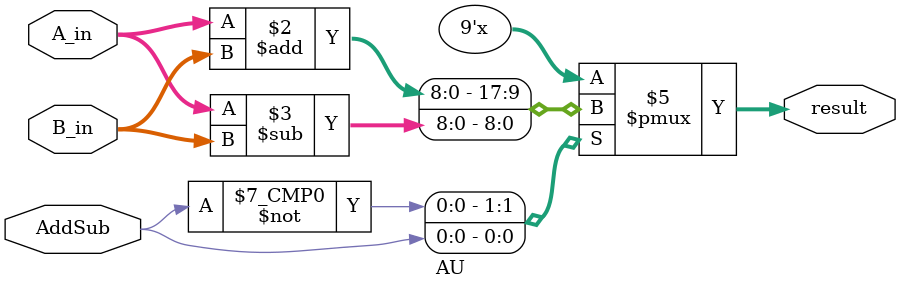
<source format=sv>
module AU (
	input logic [8:0] A_in,
	input logic [8:0] B_in,
	input logic AddSub,
	output logic [8:0] result
);

	always @(*) begin
		case (AddSub)
			1'b0: result = A_in + B_in;
			1'b1: result = A_in - B_in;
			default: result = A_in + B_in;
		endcase
	end

endmodule : AU

</source>
